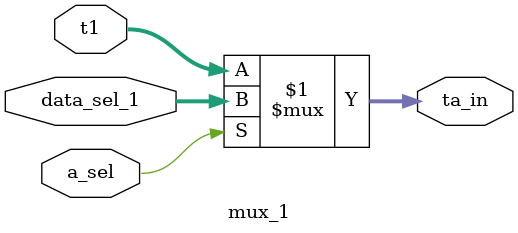
<source format=v>
`timescale 1ns / 1ps


module mux_1(
input [6:0] data_sel_1,
input  [6:0] t1,
input a_sel,
output [6:0] ta_in
    );
    
    assign ta_in = a_sel ? data_sel_1 : t1;
    
endmodule

</source>
